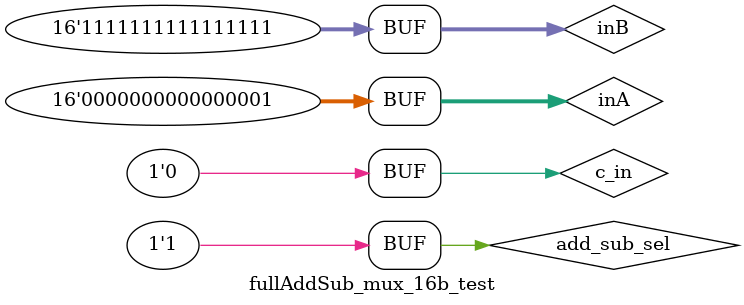
<source format=v>
`timescale 1ns / 1ps


module fullAddSub_mux_16b_test;

	//
	reg 	[15:0]	inA, inB;
	reg				c_in, add_sub_sel;
	wire 	[15:0]	out;
	wire 			c_out;
	
	//sum, c_out, c_in, inA, inB)
	// Instantiate the Unit Under Test (UUT)
	fullAddSub_mux_16b uut (
		.inA(inA),
		.inB(inB),
		.c_in(c_in),
		.c_out(c_out),
		.out(out),
		.add_sub_sel(add_sub_sel)
	);
	
	initial begin
		$dumpvars(0,fullAddSub_mux_16b_test);
	end
	

	initial begin
		// Initialize Inputs

	//ADDER
	add_sub_sel = 0;

	inA = 16'h0000;
	inB = 16'h0000;
	c_in = 0;

	#10;
	inA = 16'h7F93;		//32659
	inB = 16'h1234;		//4660		--> 37319

	#10;
	inA = 16'h93F7;		//37879
	inB = 16'h4321;		//17185		--> 55064

	#10;
	inA = 16'h5678;		//22136
	inB = 16'h0001;		//1			--> 22137
	#10;
	inA = 16'h8765;		//34661
	inB = 16'hA001;		//40961		--> 75622
	#10;
	inA = 16'h1234;		//4660
	inB = 16'h1234;		//4660		--> 9320
	#10;
	inA = 16'hFFFF;		//65535
	inB = 16'h0001;		//1			--> 65536
	#10;
	inA = 16'h0001;		//1
	inB = 16'hFFFF;		//65535		--> 65536
	#10;

	//SUBTRACT

	add_sub_sel = 1;

	inA = 16'h0000;
	inB = 16'h0000;
	//c_in = 0;

	#10;
	inA = 16'h7F93;		//32659
	inB = 16'h1234;		//4660		--> 27999

	#10;
	inA = 16'h93F7;		//37879
	inB = 16'h4321;		//17185		--> 20694

	#10;
	inA = 16'h5678;		//22136
	inB = 16'h0001;		//1			--> 22135
	#10;
	inA = 16'h8765;		//34661
	inB = 16'hA001;		//40961		--> -6300
	#10;
	inA = 16'h1234;		//4660
	inB = 16'h1234;		//4660		--> 0
	#10;
	inA = 16'hFFFF;		//65535
	inB = 16'h0001;		//1			--> 65534
	#10;
	inA = 16'h0001;		//1
	inB = 16'hFFFF;		//65535		--> -65534
	#10;

	end
      
endmodule


</source>
